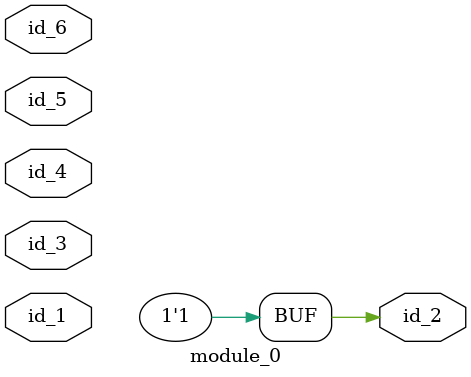
<source format=v>
module module_0 (
    id_1,
    id_2,
    id_3,
    id_4,
    id_5,
    id_6
);
  input id_6;
  input id_5;
  input id_4;
  input id_3;
  output id_2;
  input id_1;
  id_7 id_8 (
      .id_4(id_5),
      .id_6(id_4),
      .id_5(id_2),
      .id_1(id_3 != id_1),
      .id_4(id_6),
      .id_5(id_5),
      .id_4(id_2),
      .id_5(id_5),
      .id_2(id_2),
      .id_1(id_6),
      .id_2(1'b0)
  );
  id_9 id_10 (
      .id_8(id_6),
      .id_2(id_6),
      .id_3(id_1),
      .id_8(id_5),
      .id_6(id_3),
      .id_3(id_3),
      .id_1(id_8)
  );
  assign id_2 = 1;
endmodule

</source>
